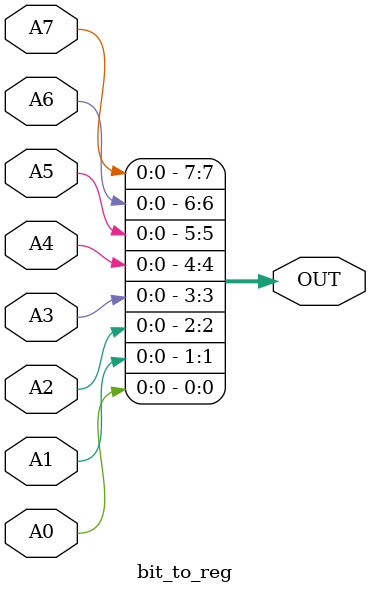
<source format=v>
module bit_to_reg (
	
	input 	A0, A1, A2, A3, A4, A5, A6, A7,		
	output	[7:0] OUT			
	);

	assign OUT[0] = A0;
	assign OUT[1] = A1;
	assign OUT[2] = A2;
	assign OUT[3] = A3;
	assign OUT[4] = A4;
	assign OUT[5] = A5;
	assign OUT[6] = A6;
	assign OUT[7] = A7;	

endmodule
</source>
